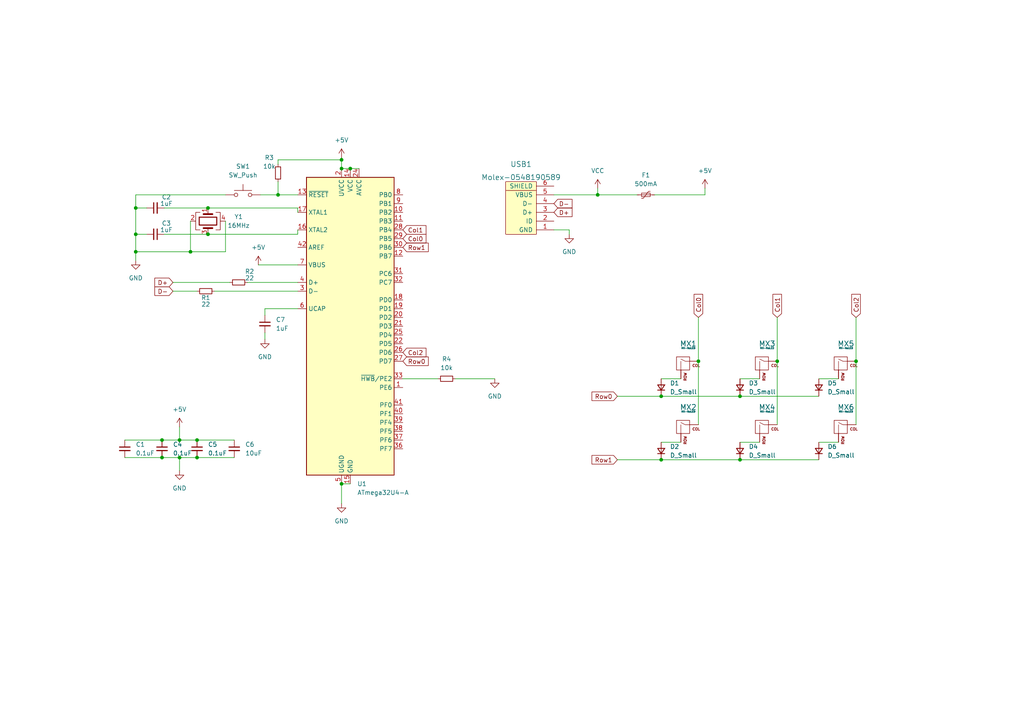
<source format=kicad_sch>
(kicad_sch (version 20211123) (generator eeschema)
  (paper "A4")
  (title_block (title "MacroPad") (date "2023-05-23") (rev "1.0"))
  (lib_symbols
    (symbol "Device:C_Small" (pin_numbers hide) (pin_names (offset 0.254) hide)
      (property "Reference" "C" (at 0.254 1.778 0))
      (property "Value" "C_Small" (at 0.254 -2.032 0))
      (symbol "C_Small_0_1"
        (polyline (pts (xy -1.524 -0.508) (xy 1.524 -0.508)) (stroke (width 0.3302)))
        (polyline (pts (xy -1.524 0.508) (xy 1.524 0.508)) (stroke (width 0.3048)))
      )
      (symbol "C_Small_1_1"
        (pin passive line (at 0 2.54 270) (length 2.032) (name "~") (number "1"))
        (pin passive line (at 0 -2.54 90) (length 2.032) (name "~") (number "2"))
      )
    )
    (symbol "Device:Crystal_GND24" (pin_names (offset 1.016) hide)
      (property "Reference" "Y" (at 3.175 5.08 0))
      (property "Value" "Crystal_GND24" (at 3.175 3.175 0))
      (symbol "Crystal_GND24_0_1"
        (rectangle (start -1.143 2.54) (end 1.143 -2.54) (stroke (width 0.3048)))
        (polyline (pts (xy -2.54 0) (xy -2.032 0)))
        (polyline (pts (xy -2.032 -1.27) (xy -2.032 1.27)) (stroke (width 0.508)))
        (polyline (pts (xy 0 -3.81) (xy 0 -3.556)))
        (polyline (pts (xy 0 3.556) (xy 0 3.81)))
        (polyline (pts (xy 2.032 -1.27) (xy 2.032 1.27)) (stroke (width 0.508)))
        (polyline (pts (xy 2.032 0) (xy 2.54 0)))
        (polyline (pts (xy -2.54 -2.286) (xy -2.54 -3.556) (xy 2.54 -3.556) (xy 2.54 -2.286)))
        (polyline (pts (xy -2.54 2.286) (xy -2.54 3.556) (xy 2.54 3.556) (xy 2.54 2.286)))
      )
      (symbol "Crystal_GND24_1_1"
        (pin passive line (at -3.81 0 0) (length 1.27) (name "1") (number "1"))
        (pin passive line (at 0 5.08 270) (length 1.27) (name "2") (number "2"))
        (pin passive line (at 3.81 0 180) (length 1.27) (name "3") (number "3"))
        (pin passive line (at 0 -5.08 90) (length 1.27) (name "4") (number "4"))
      )
    )
    (symbol "Device:D_Small" (pin_numbers hide) (pin_names (offset 0.254) hide)
      (property "Reference" "D" (at -1.27 2.032 0))
      (property "Value" "D_Small" (at -3.81 -2.032 0))
      (symbol "D_Small_0_1"
        (polyline (pts (xy -0.762 -1.016) (xy -0.762 1.016)) (stroke (width 0.254)))
        (polyline (pts (xy -0.762 0) (xy 0.762 0)))
        (polyline (pts (xy 0.762 -1.016) (xy -0.762 0) (xy 0.762 1.016) (xy 0.762 -1.016)) (stroke (width 0.254)))
      )
      (symbol "D_Small_1_1"
        (pin passive line (at -2.54 0 0) (length 1.778) (name "K") (number "1"))
        (pin passive line (at 2.54 0 180) (length 1.778) (name "A") (number "2"))
      )
    )
    (symbol "Device:Polyfuse_Small" (pin_numbers hide) (pin_names (offset 0))
      (property "Reference" "F" (at -1.905 0 90))
      (property "Value" "Polyfuse_Small" (at 1.905 0 90))
      (symbol "Polyfuse_Small_0_1"
        (rectangle (start -0.508 1.27) (end 0.508 -1.27))
        (polyline (pts (xy 0 2.54) (xy 0 -2.54)))
        (polyline (pts (xy -1.016 1.27) (xy -1.016 0.762) (xy 1.016 -0.762) (xy 1.016 -1.27)))
      )
      (symbol "Polyfuse_Small_1_1"
        (pin passive line (at 0 2.54 270) (length 0.635) (name "~") (number "1"))
        (pin passive line (at 0 -2.54 90) (length 0.635) (name "~") (number "2"))
      )
    )
    (symbol "Device:R_Small" (pin_numbers hide) (pin_names (offset 0.254) hide)
      (property "Reference" "R" (at 0.762 0.508 0))
      (property "Value" "R_Small" (at 0.762 -1.016 0))
      (symbol "R_Small_0_1"
        (rectangle (start -0.762 1.778) (end 0.762 -1.778) (stroke (width 0.2032)))
      )
      (symbol "R_Small_1_1"
        (pin passive line (at 0 2.54 270) (length 0.762) (name "~") (number "1"))
        (pin passive line (at 0 -2.54 90) (length 0.762) (name "~") (number "2"))
      )
    )
    (symbol "MCU_Microchip_ATmega:ATmega32U4-A"
      (property "Reference" "U" (at -12.7 44.45 0))
      (property "Value" "ATmega32U4-A" (at 2.54 -44.45 0))
      (symbol "ATmega32U4-A_0_1"
        (rectangle (start -12.7 -43.18) (end 12.7 43.18) (stroke (width 0.254)) (fill (type background)))
      )
      (symbol "ATmega32U4-A_1_1"
        (pin bidirectional line (at 15.24 -17.78 180) (length 2.54) (name "PE6") (number "1"))
        (pin bidirectional line (at 15.24 33.02 180) (length 2.54) (name "PB2") (number "10"))
        (pin bidirectional line (at 15.24 30.48 180) (length 2.54) (name "PB3") (number "11"))
        (pin bidirectional line (at 15.24 20.32 180) (length 2.54) (name "PB7") (number "12"))
        (pin input line (at -15.24 38.1 0) (length 2.54) (name "~{RESET}") (number "13"))
        (pin power_in line (at 0 45.72 270) (length 2.54) (name "VCC") (number "14"))
        (pin power_in line (at 0 -45.72 90) (length 2.54) (name "GND") (number "15"))
        (pin output line (at -15.24 27.94 0) (length 2.54) (name "XTAL2") (number "16"))
        (pin input line (at -15.24 33.02 0) (length 2.54) (name "XTAL1") (number "17"))
        (pin bidirectional line (at 15.24 7.62 180) (length 2.54) (name "PD0") (number "18"))
        (pin bidirectional line (at 15.24 5.08 180) (length 2.54) (name "PD1") (number "19"))
        (pin power_in line (at -2.54 45.72 270) (length 2.54) (name "UVCC") (number "2"))
        (pin bidirectional line (at 15.24 2.54 180) (length 2.54) (name "PD2") (number "20"))
        (pin bidirectional line (at 15.24 0 180) (length 2.54) (name "PD3") (number "21"))
        (pin bidirectional line (at 15.24 -5.08 180) (length 2.54) (name "PD5") (number "22"))
        (pin passive line (at 0 -45.72 90) (length 2.54) hide (name "GND") (number "23"))
        (pin power_in line (at 2.54 45.72 270) (length 2.54) (name "AVCC") (number "24"))
        (pin bidirectional line (at 15.24 -2.54 180) (length 2.54) (name "PD4") (number "25"))
        (pin bidirectional line (at 15.24 -7.62 180) (length 2.54) (name "PD6") (number "26"))
        (pin bidirectional line (at 15.24 -10.16 180) (length 2.54) (name "PD7") (number "27"))
        (pin bidirectional line (at 15.24 27.94 180) (length 2.54) (name "PB4") (number "28"))
        (pin bidirectional line (at 15.24 25.4 180) (length 2.54) (name "PB5") (number "29"))
        (pin bidirectional line (at -15.24 10.16 0) (length 2.54) (name "D-") (number "3"))
        (pin bidirectional line (at 15.24 22.86 180) (length 2.54) (name "PB6") (number "30"))
        (pin bidirectional line (at 15.24 15.24 180) (length 2.54) (name "PC6") (number "31"))
        (pin bidirectional line (at 15.24 12.7 180) (length 2.54) (name "PC7") (number "32"))
        (pin bidirectional line (at 15.24 -15.24 180) (length 2.54) (name "~{HWB}/PE2") (number "33"))
        (pin passive line (at 0 45.72 270) (length 2.54) hide (name "VCC") (number "34"))
        (pin passive line (at 0 -45.72 90) (length 2.54) hide (name "GND") (number "35"))
        (pin bidirectional line (at 15.24 -35.56 180) (length 2.54) (name "PF7") (number "36"))
        (pin bidirectional line (at 15.24 -33.02 180) (length 2.54) (name "PF6") (number "37"))
        (pin bidirectional line (at 15.24 -30.48 180) (length 2.54) (name "PF5") (number "38"))
        (pin bidirectional line (at 15.24 -27.94 180) (length 2.54) (name "PF4") (number "39"))
        (pin bidirectional line (at -15.24 12.7 0) (length 2.54) (name "D+") (number "4"))
        (pin bidirectional line (at 15.24 -25.4 180) (length 2.54) (name "PF1") (number "40"))
        (pin bidirectional line (at 15.24 -22.86 180) (length 2.54) (name "PF0") (number "41"))
        (pin passive line (at -15.24 22.86 0) (length 2.54) (name "AREF") (number "42"))
        (pin passive line (at 0 -45.72 90) (length 2.54) hide (name "GND") (number "43"))
        (pin passive line (at 2.54 45.72 270) (length 2.54) hide (name "AVCC") (number "44"))
        (pin passive line (at -2.54 -45.72 90) (length 2.54) (name "UGND") (number "5"))
        (pin passive line (at -15.24 5.08 0) (length 2.54) (name "UCAP") (number "6"))
        (pin input line (at -15.24 17.78 0) (length 2.54) (name "VBUS") (number "7"))
        (pin bidirectional line (at 15.24 38.1 180) (length 2.54) (name "PB0") (number "8"))
        (pin bidirectional line (at 15.24 35.56 180) (length 2.54) (name "PB1") (number "9"))
      )
    )
    (symbol "MX_Alps_Hybrid:MX-NoLED" (pin_names (offset 1.016))
      (property "Reference" "MX" (at -0.635 3.81 0))
      (property "Value" "MX-NoLED" (at -0.635 1.27 0))
      (symbol "MX-NoLED_0_0"
        (rectangle (start -2.54 2.54) (end 1.27 -1.27))
        (polyline (pts (xy -1.27 -1.27) (xy -1.27 1.27)) (stroke (width 0.127)))
        (polyline (pts (xy 1.27 1.27) (xy 0 1.27) (xy -1.27 1.905)) (stroke (width 0.127)))
        (text "COL" (at 3.175 0 0) (effects (font (size 0.762 0.762))))
        (text "ROW" (at 0 -1.905 900) (effects (font (size 0.762 0.762)) (justify right)))
      )
      (symbol "MX-NoLED_1_1"
        (pin passive line (at 3.81 1.27 180) (length 2.54) (name "COL") (number "1"))
        (pin passive line (at -1.27 -3.81 90) (length 2.54) (name "ROW") (number "2"))
      )
    )
    (symbol "Switch:SW_Push" (pin_numbers hide) (pin_names (offset 1.016) hide)
      (property "Reference" "SW" (at 1.27 2.54 0))
      (property "Value" "SW_Push" (at 0 -1.524 0))
      (symbol "SW_Push_0_1"
        (circle (center -2.032 0) (radius 0.508))
        (polyline (pts (xy 0 1.27) (xy 0 3.048)))
        (polyline (pts (xy 2.54 1.27) (xy -2.54 1.27)))
        (circle (center 2.032 0) (radius 0.508))
        (pin passive line (at -5.08 0 0) (length 2.54) (name "1") (number "1"))
        (pin passive line (at 5.08 0 180) (length 2.54) (name "2") (number "2"))
      )
    )
    (symbol "power:+5V" (power) (pin_names (offset 0))
      (property "Value" "+5V" (at 0 3.556 0))
      (symbol "+5V_0_1"
        (polyline (pts (xy -0.762 1.27) (xy 0 2.54)))
        (polyline (pts (xy 0 0) (xy 0 2.54)))
        (polyline (pts (xy 0 2.54) (xy 0.762 1.27)))
      )
      (symbol "+5V_1_1"
        (pin power_in line (at 0 0 90) (length 0) hide (name "+5V") (number "1"))
      )
    )
    (symbol "power:GND" (power) (pin_names (offset 0))
      (property "Value" "GND" (at 0 -3.81 0))
      (symbol "GND_0_1"
        (polyline (pts (xy 0 0) (xy 0 -1.27) (xy 1.27 -1.27) (xy 0 -2.54) (xy -1.27 -1.27) (xy 0 -1.27)))
      )
      (symbol "GND_1_1"
        (pin power_in line (at 0 0 270) (length 0) hide (name "GND") (number "1"))
      )
    )
    (symbol "power:VCC" (power) (pin_names (offset 0))
      (property "Value" "VCC" (at 0 3.81 0))
      (symbol "VCC_0_1"
        (polyline (pts (xy -0.762 1.27) (xy 0 2.54)))
        (polyline (pts (xy 0 0) (xy 0 2.54)))
        (polyline (pts (xy 0 2.54) (xy 0.762 1.27)))
      )
      (symbol "VCC_1_1"
        (pin power_in line (at 0 0 90) (length 0) hide (name "VCC") (number "1"))
      )
    )
    (symbol "random-keyboard-parts:Molex-0548190589" (pin_names (offset 1.016))
      (property "Reference" "USB" (at 0 7.62 0))
      (property "Value" "Molex-0548190589" (at 0 10.16 0))
      (symbol "Molex-0548190589_0_0"
        (polyline (pts (xy 6.35 -2.54) (xy 6.35 6.35)))
        (rectangle (start 8.89 -2.54) (end -6.35 6.35) (fill (type background)))
      )
      (symbol "Molex-0548190589_1_1"
        (pin input line (at -5.08 -7.62 90) (length 5.08) (name "GND") (number "1"))
        (pin input line (at -2.54 -7.62 90) (length 5.08) (name "ID") (number "2"))
        (pin input line (at 0 -7.62 90) (length 5.08) (name "D+") (number "3"))
        (pin input line (at 2.54 -7.62 90) (length 5.08) (name "D-") (number "4"))
        (pin input line (at 5.08 -7.62 90) (length 5.08) (name "VBUS") (number "5"))
        (pin input line (at 7.62 -7.62 90) (length 5.08) (name "SHIELD") (number "6"))
      )
    )
  )
  (junction (at 46.99 132.715))
  (junction (at 52.07 132.715))
  (junction (at 225.425 104.775))
  (junction (at 248.285 104.775))
  (junction (at 99.06 46.355))
  (junction (at 80.645 56.515))
  (junction (at 101.6 48.895))
  (junction (at 39.37 60.325))
  (junction (at 202.565 104.775))
  (junction (at 214.63 133.35))
  (junction (at 173.355 56.515))
  (junction (at 99.06 140.335))
  (junction (at 99.06 48.895))
  (junction (at 46.99 127.635))
  (junction (at 214.63 114.935))
  (junction (at 60.325 67.945))
  (junction (at 60.325 60.325))
  (junction (at 39.37 67.945))
  (junction (at 52.07 127.635))
  (junction (at 191.77 114.935))
  (junction (at 55.245 73.025))
  (junction (at 191.77 133.35))
  (junction (at 39.37 73.025))
  (junction (at 57.15 127.635))
  (junction (at 57.15 132.715))
  (wire (pts (xy 57.15 132.715) (xy 67.945 132.715)))
  (wire (pts (xy 173.355 54.61) (xy 173.355 56.515)))
  (wire (pts (xy 47.625 67.945) (xy 60.325 67.945)))
  (wire (pts (xy 237.49 128.27) (xy 243.205 128.27)))
  (wire (pts (xy 191.77 133.35) (xy 214.63 133.35)))
  (wire (pts (xy 80.645 52.705) (xy 80.645 56.515)))
  (wire (pts (xy 36.195 132.715) (xy 46.99 132.715)))
  (wire (pts (xy 214.63 128.27) (xy 220.345 128.27)))
  (wire (pts (xy 237.49 109.855) (xy 243.205 109.855)))
  (wire (pts (xy 225.425 104.775) (xy 225.425 123.19)))
  (wire (pts (xy 160.655 56.515) (xy 173.355 56.515)))
  (wire (pts (xy 39.37 56.515) (xy 39.37 60.325)))
  (wire (pts (xy 39.37 73.025) (xy 55.245 73.025)))
  (wire (pts (xy 99.06 46.355) (xy 99.06 48.895)))
  (wire (pts (xy 57.15 127.635) (xy 67.945 127.635)))
  (wire (pts (xy 74.93 76.835) (xy 86.36 76.835)))
  (wire (pts (xy 191.77 128.27) (xy 197.485 128.27)))
  (wire (pts (xy 52.07 123.825) (xy 52.07 127.635)))
  (wire (pts (xy 214.63 114.935) (xy 237.49 114.935)))
  (wire (pts (xy 202.565 104.775) (xy 202.565 123.19)))
  (wire (pts (xy 50.165 84.455) (xy 57.15 84.455)))
  (wire (pts (xy 191.77 114.935) (xy 214.63 114.935)))
  (wire (pts (xy 225.425 92.075) (xy 225.425 104.775)))
  (wire (pts (xy 99.06 140.335) (xy 101.6 140.335)))
  (wire (pts (xy 214.63 133.35) (xy 237.49 133.35)))
  (wire (pts (xy 75.565 56.515) (xy 80.645 56.515)))
  (wire (pts (xy 52.07 127.635) (xy 57.15 127.635)))
  (wire (pts (xy 47.625 60.325) (xy 60.325 60.325)))
  (wire (pts (xy 60.325 60.325) (xy 86.36 60.325)))
  (wire (pts (xy 65.405 64.135) (xy 65.405 73.025)))
  (wire (pts (xy 71.755 81.915) (xy 86.36 81.915)))
  (wire (pts (xy 39.37 73.025) (xy 39.37 75.565)))
  (wire (pts (xy 191.77 109.855) (xy 197.485 109.855)))
  (wire (pts (xy 42.545 60.325) (xy 39.37 60.325)))
  (wire (pts (xy 248.285 92.075) (xy 248.285 104.775)))
  (wire (pts (xy 65.405 73.025) (xy 55.245 73.025)))
  (wire (pts (xy 52.07 132.715) (xy 57.15 132.715)))
  (wire (pts (xy 202.565 92.075) (xy 202.565 104.775)))
  (wire (pts (xy 50.165 81.915) (xy 66.675 81.915)))
  (wire (pts (xy 60.325 67.945) (xy 86.36 67.945)))
  (wire (pts (xy 76.835 91.44) (xy 76.835 89.535)))
  (wire (pts (xy 86.36 60.325) (xy 86.36 61.595)))
  (wire (pts (xy 132.08 109.855) (xy 143.51 109.855)))
  (wire (pts (xy 189.865 56.515) (xy 204.47 56.515)))
  (wire (pts (xy 165.1 66.675) (xy 165.1 67.945)))
  (wire (pts (xy 80.645 46.355) (xy 80.645 47.625)))
  (wire (pts (xy 55.245 64.135) (xy 55.245 73.025)))
  (wire (pts (xy 80.645 56.515) (xy 86.36 56.515)))
  (wire (pts (xy 76.835 96.52) (xy 76.835 98.425)))
  (wire (pts (xy 179.07 133.35) (xy 191.77 133.35)))
  (wire (pts (xy 160.655 66.675) (xy 165.1 66.675)))
  (wire (pts (xy 39.37 67.945) (xy 42.545 67.945)))
  (wire (pts (xy 36.195 127.635) (xy 46.99 127.635)))
  (wire (pts (xy 76.835 89.535) (xy 86.36 89.535)))
  (wire (pts (xy 86.36 67.945) (xy 86.36 66.675)))
  (wire (pts (xy 99.06 48.895) (xy 101.6 48.895)))
  (wire (pts (xy 204.47 54.61) (xy 204.47 56.515)))
  (wire (pts (xy 173.355 56.515) (xy 184.785 56.515)))
  (wire (pts (xy 99.06 140.335) (xy 99.06 146.05)))
  (wire (pts (xy 39.37 67.945) (xy 39.37 73.025)))
  (wire (pts (xy 101.6 48.895) (xy 104.14 48.895)))
  (wire (pts (xy 179.07 114.935) (xy 191.77 114.935)))
  (wire (pts (xy 39.37 60.325) (xy 39.37 67.945)))
  (wire (pts (xy 99.06 45.72) (xy 99.06 46.355)))
  (wire (pts (xy 116.84 109.855) (xy 127 109.855)))
  (wire (pts (xy 214.63 109.855) (xy 220.345 109.855)))
  (wire (pts (xy 62.23 84.455) (xy 86.36 84.455)))
  (wire (pts (xy 52.07 132.715) (xy 52.07 136.525)))
  (wire (pts (xy 80.645 46.355) (xy 99.06 46.355)))
  (wire (pts (xy 46.99 127.635) (xy 52.07 127.635)))
  (wire (pts (xy 248.285 104.775) (xy 248.285 123.19)))
  (wire (pts (xy 46.99 132.715) (xy 52.07 132.715)))
  (wire (pts (xy 65.405 56.515) (xy 39.37 56.515)))
  (global_label "Col0" (shape input) (at 116.84 69.215 0) (property "Intersheet References" "${INTERSHEET_REFS}" (effects hide)))
  (global_label "D+" (shape input) (at 160.655 61.595 0) (property "Intersheet References" "${INTERSHEET_REFS}" (effects hide)))
  (global_label "Row0" (shape input) (at 116.84 104.775 0) (property "Intersheet References" "${INTERSHEET_REFS}" (effects hide)))
  (global_label "Col2" (shape input) (at 116.84 102.235 0) (property "Intersheet References" "${INTERSHEET_REFS}" (effects hide)))
  (global_label "Col1" (shape input) (at 225.425 92.075 90) (property "Intersheet References" "${INTERSHEET_REFS}" (effects hide)))
  (global_label "Row0" (shape input) (at 179.07 114.935 180) (property "Intersheet References" "${INTERSHEET_REFS}" (effects hide)))
  (global_label "Row1" (shape input) (at 116.84 71.755 0) (property "Intersheet References" "${INTERSHEET_REFS}" (effects hide)))
  (global_label "Col1" (shape input) (at 116.84 66.675 0) (property "Intersheet References" "${INTERSHEET_REFS}" (effects hide)))
  (global_label "D-" (shape input) (at 160.655 59.055 0) (property "Intersheet References" "${INTERSHEET_REFS}" (effects hide)))
  (global_label "Col0" (shape input) (at 202.565 92.075 90) (property "Intersheet References" "${INTERSHEET_REFS}" (effects hide)))
  (global_label "D+" (shape input) (at 50.165 81.915 180) (property "Intersheet References" "${INTERSHEET_REFS}" (effects hide)))
  (global_label "D-" (shape input) (at 50.165 84.455 180) (property "Intersheet References" "${INTERSHEET_REFS}" (effects hide)))
  (global_label "Row1" (shape input) (at 179.07 133.35 180) (property "Intersheet References" "${INTERSHEET_REFS}" (effects hide)))
  (global_label "Col2" (shape input) (at 248.285 92.075 90) (property "Intersheet References" "${INTERSHEET_REFS}" (effects hide)))
  (symbol (lib_id "Device:D_Small") (at 191.77 112.395 90) (unit 1)
    (property "Reference" "D1" (at 194.31 111.1249 90) (effects (justify right)))
    (property "Value" "D_Small" (at 194.31 113.6649 90) (effects (justify right)))
    (property "Footprint" "Diode_SMD:D_SOD-123" (effects hide))
  )
  (symbol (lib_id "Device:D_Small") (at 214.63 130.81 90) (unit 1)
    (property "Reference" "D4" (at 217.17 129.5399 90) (effects (justify right)))
    (property "Value" "D_Small" (at 217.17 132.0799 90) (effects (justify right)))
    (property "Footprint" "Diode_SMD:D_SOD-123" (effects hide))
  )
  (symbol (lib_id "Device:R_Small") (at 80.645 50.165 180) (unit 1)
    (property "Reference" "R3" (at 78.105 45.72 0))
    (property "Value" "10k" (at 78.105 48.26 0))
    (property "Footprint" "Resistor_SMD:R_0805_2012Metric" (effects hide))
  )
  (symbol (lib_id "Device:C_Small") (at 45.085 60.325 90) (unit 1)
    (property "Reference" "C2" (at 48.26 57.15 90))
    (property "Value" "1uF" (at 48.26 59.055 90))
    (property "Footprint" "Capacitor_SMD:C_0805_2012Metric" (effects hide))
  )
  (symbol (lib_id "Device:C_Small") (at 36.195 130.175 0) (unit 1)
    (property "Reference" "C1" (at 39.37 128.9112 0) (effects (justify left)))
    (property "Value" "0.1uF" (at 39.37 131.4512 0) (effects (justify left)))
    (property "Footprint" "Capacitor_SMD:C_0805_2012Metric" (effects hide))
  )
  (symbol (lib_id "Device:R_Small") (at 129.54 109.855 90) (unit 1)
    (property "Reference" "R4" (at 129.54 104.14 90))
    (property "Value" "10k" (at 129.54 106.68 90))
    (property "Footprint" "Resistor_SMD:R_0805_2012Metric" (effects hide))
  )
  (symbol (lib_id "MX_Alps_Hybrid:MX-NoLED") (at 221.615 124.46 0) (unit 1)
    (property "Reference" "MX4" (at 222.5006 118.11 0) (effects (font (size 1.524 1.524))))
    (property "Value" "MX-NoLED" (at 222.5006 119.38 0) (effects (font (size 0.508 0.508))))
    (property "Footprint" "MX_Alps_Hybrid:MX-1U-NoLED" (effects hide))
  )
  (symbol (lib_id "Device:C_Small") (at 67.945 130.175 0) (unit 1)
    (property "Reference" "C6" (at 71.12 128.9112 0) (effects (justify left)))
    (property "Value" "10uF" (at 71.12 131.4512 0) (effects (justify left)))
    (property "Footprint" "Capacitor_SMD:C_0805_2012Metric" (effects hide))
  )
  (symbol (lib_id "MX_Alps_Hybrid:MX-NoLED") (at 244.475 106.045 0) (unit 1)
    (property "Reference" "MX5" (at 245.3606 99.695 0) (effects (font (size 1.524 1.524))))
    (property "Value" "MX-NoLED" (at 245.3606 100.965 0) (effects (font (size 0.508 0.508))))
    (property "Footprint" "MX_Alps_Hybrid:MX-1U-NoLED" (effects hide))
  )
  (symbol (lib_id "Device:D_Small") (at 214.63 112.395 90) (unit 1)
    (property "Reference" "D3" (at 217.17 111.1249 90) (effects (justify right)))
    (property "Value" "D_Small" (at 217.17 113.6649 90) (effects (justify right)))
    (property "Footprint" "Diode_SMD:D_SOD-123" (effects hide))
  )
  (symbol (lib_id "MX_Alps_Hybrid:MX-NoLED") (at 198.755 106.045 0) (unit 1)
    (property "Reference" "MX1" (at 199.6406 99.695 0) (effects (font (size 1.524 1.524))))
    (property "Value" "MX-NoLED" (at 199.6406 100.965 0) (effects (font (size 0.508 0.508))))
    (property "Footprint" "MX_Alps_Hybrid:MX-1U-NoLED" (effects hide))
  )
  (symbol (lib_id "MX_Alps_Hybrid:MX-NoLED") (at 198.755 124.46 0) (unit 1)
    (property "Reference" "MX2" (at 199.6406 118.11 0) (effects (font (size 1.524 1.524))))
    (property "Value" "MX-NoLED" (at 199.6406 119.38 0) (effects (font (size 0.508 0.508))))
    (property "Footprint" "MX_Alps_Hybrid:MX-1U-NoLED" (effects hide))
  )
  (symbol (lib_id "power:+5V") (at 52.07 123.825 0) (unit 1)
    (property "Reference" "#PWR02" (effects hide))
    (property "Value" "+5V" (at 52.07 118.745 0))
  )
  (symbol (lib_id "Device:C_Small") (at 76.835 93.98 0) (unit 1)
    (property "Reference" "C7" (at 80.01 92.7162 0) (effects (justify left)))
    (property "Value" "1uF" (at 80.01 95.2562 0) (effects (justify left)))
    (property "Footprint" "Capacitor_SMD:C_0805_2012Metric" (effects hide))
  )
  (symbol (lib_id "power:VCC") (at 173.355 54.61 0) (unit 1)
    (property "Reference" "#PWR010" (effects hide))
    (property "Value" "VCC" (at 173.355 49.53 0))
  )
  (symbol (lib_id "Switch:SW_Push") (at 70.485 56.515 0) (unit 1)
    (property "Reference" "SW1" (at 70.485 48.26 0))
    (property "Value" "SW_Push" (at 70.485 50.8 0))
    (property "Footprint" "random-keyboard-parts:SKQG-1155865" (effects hide))
  )
  (symbol (lib_id "Device:C_Small") (at 57.15 130.175 0) (unit 1)
    (property "Reference" "C5" (at 60.325 128.9112 0) (effects (justify left)))
    (property "Value" "0.1uF" (at 60.325 131.4512 0) (effects (justify left)))
    (property "Footprint" "Capacitor_SMD:C_0805_2012Metric" (effects hide))
  )
  (symbol (lib_id "power:GND") (at 165.1 67.945 0) (unit 1)
    (property "Reference" "#PWR09" (effects hide))
    (property "Value" "GND" (at 165.1 73.025 0))
  )
  (symbol (lib_id "power:+5V") (at 99.06 45.72 0) (unit 1)
    (property "Reference" "#PWR06" (effects hide))
    (property "Value" "+5V" (at 99.06 40.64 0))
  )
  (symbol (lib_id "Device:D_Small") (at 237.49 112.395 90) (unit 1)
    (property "Reference" "D5" (at 240.03 111.1249 90) (effects (justify right)))
    (property "Value" "D_Small" (at 240.03 113.6649 90) (effects (justify right)))
    (property "Footprint" "Diode_SMD:D_SOD-123" (effects hide))
  )
  (symbol (lib_id "Device:Polyfuse_Small") (at 187.325 56.515 90) (unit 1)
    (property "Reference" "F1" (at 187.325 50.8 90))
    (property "Value" "500mA" (at 187.325 53.34 90))
    (property "Footprint" "Fuse:Fuse_1206_3216Metric" (effects hide))
  )
  (symbol (lib_id "Device:D_Small") (at 237.49 130.81 90) (unit 1)
    (property "Reference" "D6" (at 240.03 129.5399 90) (effects (justify right)))
    (property "Value" "D_Small" (at 240.03 132.0799 90) (effects (justify right)))
    (property "Footprint" "Diode_SMD:D_SOD-123" (effects hide))
  )
  (symbol (lib_id "power:+5V") (at 74.93 76.835 0) (unit 1)
    (property "Reference" "#PWR04" (effects hide))
    (property "Value" "+5V" (at 74.93 71.755 0))
  )
  (symbol (lib_id "Device:C_Small") (at 46.99 130.175 0) (unit 1)
    (property "Reference" "C4" (at 50.165 128.9112 0) (effects (justify left)))
    (property "Value" "0.1uF" (at 50.165 131.4512 0) (effects (justify left)))
    (property "Footprint" "Capacitor_SMD:C_0805_2012Metric" (effects hide))
  )
  (symbol (lib_id "Device:R_Small") (at 69.215 81.915 90) (unit 1)
    (property "Reference" "R2" (at 72.39 78.74 90))
    (property "Value" "22" (at 72.39 80.645 90))
    (property "Footprint" "Resistor_SMD:R_0805_2012Metric" (effects hide))
  )
  (symbol (lib_id "power:GND") (at 143.51 109.855 0) (unit 1)
    (property "Reference" "#PWR08" (effects hide))
    (property "Value" "GND" (at 143.51 114.935 0))
  )
  (symbol (lib_id "random-keyboard-parts:Molex-0548190589") (at 153.035 61.595 90) (unit 1)
    (property "Reference" "USB1" (at 151.13 47.625 90) (effects (font (size 1.524 1.524))))
    (property "Value" "Molex-0548190589" (at 151.13 51.435 90) (effects (font (size 1.524 1.524))))
    (property "Footprint" "random-keyboard-parts:Molex-0548190589" (effects hide))
  )
  (symbol (lib_id "MCU_Microchip_ATmega:ATmega32U4-A") (at 101.6 94.615 0) (unit 1)
    (property "Reference" "U1" (at 103.6194 140.335 0) (effects (justify left)))
    (property "Value" "ATmega32U4-A" (at 103.6194 142.875 0) (effects (justify left)))
    (property "Footprint" "Package_QFP:TQFP-44_10x10mm_P0.8mm" (effects hide))
    (property "Datasheet" "http://ww1.microchip.com/downloads/en/DeviceDoc/Atmel-7766-8-bit-AVR-ATmega16U4-32U4_Datasheet.pdf" (effects hide))
  )
  (symbol (lib_id "MX_Alps_Hybrid:MX-NoLED") (at 244.475 124.46 0) (unit 1)
    (property "Reference" "MX6" (at 245.3606 118.11 0) (effects (font (size 1.524 1.524))))
    (property "Value" "MX-NoLED" (at 245.3606 119.38 0) (effects (font (size 0.508 0.508))))
    (property "Footprint" "MX_Alps_Hybrid:MX-1U-NoLED" (effects hide))
  )
  (symbol (lib_id "power:GND") (at 76.835 98.425 0) (unit 1)
    (property "Reference" "#PWR05" (effects hide))
    (property "Value" "GND" (at 76.835 103.505 0))
  )
  (symbol (lib_id "power:GND") (at 99.06 146.05 0) (unit 1)
    (property "Reference" "#PWR07" (effects hide))
    (property "Value" "GND" (at 99.06 151.13 0))
  )
  (symbol (lib_id "MX_Alps_Hybrid:MX-NoLED") (at 221.615 106.045 0) (unit 1)
    (property "Reference" "MX3" (at 222.5006 99.695 0) (effects (font (size 1.524 1.524))))
    (property "Value" "MX-NoLED" (at 222.5006 100.965 0) (effects (font (size 0.508 0.508))))
    (property "Footprint" "MX_Alps_Hybrid:MX-1U-NoLED" (effects hide))
  )
  (symbol (lib_id "Device:D_Small") (at 191.77 130.81 90) (unit 1)
    (property "Reference" "D2" (at 194.31 129.5399 90) (effects (justify right)))
    (property "Value" "D_Small" (at 194.31 132.0799 90) (effects (justify right)))
    (property "Footprint" "Diode_SMD:D_SOD-123" (effects hide))
  )
  (symbol (lib_id "Device:R_Small") (at 59.69 84.455 90) (unit 1)
    (property "Reference" "R1" (at 59.69 86.36 90))
    (property "Value" "22" (at 59.69 88.265 90))
    (property "Footprint" "Resistor_SMD:R_0805_2012Metric" (effects hide))
  )
  (symbol (lib_id "Device:Crystal_GND24") (at 60.325 64.135 90) (mirror x) (unit 1)
    (property "Reference" "Y1" (at 69.215 62.865 90))
    (property "Value" "16MHz" (at 69.215 65.405 90))
    (property "Footprint" "Crystal:Crystal_SMD_3225-4Pin_3.2x2.5mm" (effects hide))
  )
  (symbol (lib_id "power:+5V") (at 204.47 54.61 0) (unit 1)
    (property "Reference" "#PWR011" (effects hide))
    (property "Value" "+5V" (at 204.47 49.53 0))
  )
  (symbol (lib_id "power:GND") (at 52.07 136.525 0) (unit 1)
    (property "Reference" "#PWR03" (effects hide))
    (property "Value" "GND" (at 52.07 141.605 0))
  )
  (symbol (lib_id "power:GND") (at 39.37 75.565 0) (unit 1)
    (property "Reference" "#PWR01" (effects hide))
    (property "Value" "GND" (at 39.37 80.645 0))
  )
  (symbol (lib_id "Device:C_Small") (at 45.085 67.945 270) (unit 1)
    (property "Reference" "C3" (at 48.26 64.77 90))
    (property "Value" "1uF" (at 48.26 66.675 90))
    (property "Footprint" "Capacitor_SMD:C_0805_2012Metric" (effects hide))
  )
)
</source>
